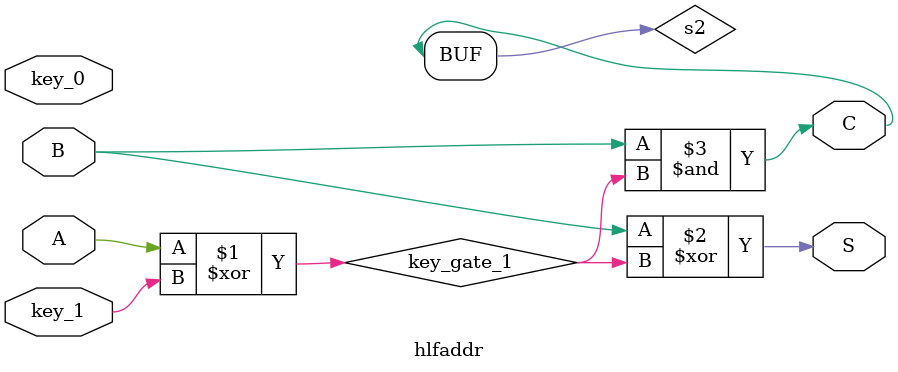
<source format=v>
module hlfaddr (key_0, B, A, key_1, S, C);
  input key_0;
  input B;
  input A;
  input key_1;

  output S;
  output C;

  wire s2;
  wire key_gate_1;
  wire S;
  wire C;
  wire key_gate_0;

  buf g_0(s2, C);
  xor g_1(key_gate_1, A, key_1);
  xor g_2(S, B, key_gate_1);
  and g_3(C, B, key_gate_1);
  xor g_4(key_gate_0, s2, key_0);
endmodule

</source>
